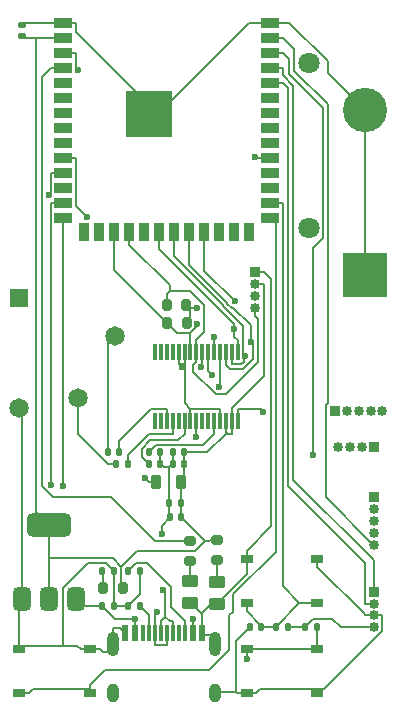
<source format=gtl>
G04 #@! TF.GenerationSoftware,KiCad,Pcbnew,8.0.4*
G04 #@! TF.CreationDate,2024-08-02T16:29:59-04:00*
G04 #@! TF.ProjectId,adcesp32,61646365-7370-4333-922e-6b696361645f,rev?*
G04 #@! TF.SameCoordinates,Original*
G04 #@! TF.FileFunction,Copper,L1,Top*
G04 #@! TF.FilePolarity,Positive*
%FSLAX46Y46*%
G04 Gerber Fmt 4.6, Leading zero omitted, Abs format (unit mm)*
G04 Created by KiCad (PCBNEW 8.0.4) date 2024-08-02 16:29:59*
%MOMM*%
%LPD*%
G01*
G04 APERTURE LIST*
G04 Aperture macros list*
%AMRoundRect*
0 Rectangle with rounded corners*
0 $1 Rounding radius*
0 $2 $3 $4 $5 $6 $7 $8 $9 X,Y pos of 4 corners*
0 Add a 4 corners polygon primitive as box body*
4,1,4,$2,$3,$4,$5,$6,$7,$8,$9,$2,$3,0*
0 Add four circle primitives for the rounded corners*
1,1,$1+$1,$2,$3*
1,1,$1+$1,$4,$5*
1,1,$1+$1,$6,$7*
1,1,$1+$1,$8,$9*
0 Add four rect primitives between the rounded corners*
20,1,$1+$1,$2,$3,$4,$5,0*
20,1,$1+$1,$4,$5,$6,$7,0*
20,1,$1+$1,$6,$7,$8,$9,0*
20,1,$1+$1,$8,$9,$2,$3,0*%
G04 Aperture macros list end*
G04 #@! TA.AperFunction,SMDPad,CuDef*
%ADD10RoundRect,0.140000X-0.140000X-0.170000X0.140000X-0.170000X0.140000X0.170000X-0.140000X0.170000X0*%
G04 #@! TD*
G04 #@! TA.AperFunction,SMDPad,CuDef*
%ADD11RoundRect,0.250000X0.450000X-0.262500X0.450000X0.262500X-0.450000X0.262500X-0.450000X-0.262500X0*%
G04 #@! TD*
G04 #@! TA.AperFunction,ComponentPad*
%ADD12R,0.850000X0.850000*%
G04 #@! TD*
G04 #@! TA.AperFunction,ComponentPad*
%ADD13O,0.850000X0.850000*%
G04 #@! TD*
G04 #@! TA.AperFunction,ComponentPad*
%ADD14R,1.650000X1.650000*%
G04 #@! TD*
G04 #@! TA.AperFunction,ComponentPad*
%ADD15C,1.650000*%
G04 #@! TD*
G04 #@! TA.AperFunction,SMDPad,CuDef*
%ADD16RoundRect,0.135000X-0.135000X-0.185000X0.135000X-0.185000X0.135000X0.185000X-0.135000X0.185000X0*%
G04 #@! TD*
G04 #@! TA.AperFunction,SMDPad,CuDef*
%ADD17R,1.000000X0.750000*%
G04 #@! TD*
G04 #@! TA.AperFunction,SMDPad,CuDef*
%ADD18RoundRect,0.200000X0.200000X0.275000X-0.200000X0.275000X-0.200000X-0.275000X0.200000X-0.275000X0*%
G04 #@! TD*
G04 #@! TA.AperFunction,SMDPad,CuDef*
%ADD19RoundRect,0.140000X0.140000X0.170000X-0.140000X0.170000X-0.140000X-0.170000X0.140000X-0.170000X0*%
G04 #@! TD*
G04 #@! TA.AperFunction,SMDPad,CuDef*
%ADD20R,0.300000X1.475000*%
G04 #@! TD*
G04 #@! TA.AperFunction,SMDPad,CuDef*
%ADD21RoundRect,0.200000X-0.200000X-0.275000X0.200000X-0.275000X0.200000X0.275000X-0.200000X0.275000X0*%
G04 #@! TD*
G04 #@! TA.AperFunction,SMDPad,CuDef*
%ADD22RoundRect,0.135000X0.135000X0.185000X-0.135000X0.185000X-0.135000X-0.185000X0.135000X-0.185000X0*%
G04 #@! TD*
G04 #@! TA.AperFunction,SMDPad,CuDef*
%ADD23RoundRect,0.200000X0.275000X-0.200000X0.275000X0.200000X-0.275000X0.200000X-0.275000X-0.200000X0*%
G04 #@! TD*
G04 #@! TA.AperFunction,SMDPad,CuDef*
%ADD24R,0.600000X1.450000*%
G04 #@! TD*
G04 #@! TA.AperFunction,SMDPad,CuDef*
%ADD25R,0.300000X1.450000*%
G04 #@! TD*
G04 #@! TA.AperFunction,ComponentPad*
%ADD26O,1.000000X2.100000*%
G04 #@! TD*
G04 #@! TA.AperFunction,ComponentPad*
%ADD27O,1.000000X1.600000*%
G04 #@! TD*
G04 #@! TA.AperFunction,SMDPad,CuDef*
%ADD28RoundRect,0.375000X0.375000X-0.625000X0.375000X0.625000X-0.375000X0.625000X-0.375000X-0.625000X0*%
G04 #@! TD*
G04 #@! TA.AperFunction,SMDPad,CuDef*
%ADD29RoundRect,0.500000X1.400000X-0.500000X1.400000X0.500000X-1.400000X0.500000X-1.400000X-0.500000X0*%
G04 #@! TD*
G04 #@! TA.AperFunction,SMDPad,CuDef*
%ADD30R,1.500000X0.900000*%
G04 #@! TD*
G04 #@! TA.AperFunction,SMDPad,CuDef*
%ADD31R,0.900000X1.500000*%
G04 #@! TD*
G04 #@! TA.AperFunction,HeatsinkPad*
%ADD32C,0.600000*%
G04 #@! TD*
G04 #@! TA.AperFunction,SMDPad,CuDef*
%ADD33R,3.900000X3.900000*%
G04 #@! TD*
G04 #@! TA.AperFunction,SMDPad,CuDef*
%ADD34RoundRect,0.140000X0.170000X-0.140000X0.170000X0.140000X-0.170000X0.140000X-0.170000X-0.140000X0*%
G04 #@! TD*
G04 #@! TA.AperFunction,SMDPad,CuDef*
%ADD35RoundRect,0.218750X0.218750X0.381250X-0.218750X0.381250X-0.218750X-0.381250X0.218750X-0.381250X0*%
G04 #@! TD*
G04 #@! TA.AperFunction,ComponentPad*
%ADD36R,3.750000X3.750000*%
G04 #@! TD*
G04 #@! TA.AperFunction,ComponentPad*
%ADD37C,1.800000*%
G04 #@! TD*
G04 #@! TA.AperFunction,ComponentPad*
%ADD38C,3.750000*%
G04 #@! TD*
G04 #@! TA.AperFunction,ViaPad*
%ADD39C,0.600000*%
G04 #@! TD*
G04 #@! TA.AperFunction,Conductor*
%ADD40C,0.200000*%
G04 #@! TD*
G04 APERTURE END LIST*
D10*
X209000000Y-99500000D03*
X209960000Y-99500000D03*
D11*
X216000000Y-112250000D03*
X216000000Y-110425000D03*
D10*
X208540000Y-112500000D03*
X209500000Y-112500000D03*
D12*
X228250000Y-96000000D03*
D13*
X229250000Y-96000000D03*
X230250000Y-96000000D03*
X231250000Y-96000000D03*
X232250000Y-96000000D03*
D14*
X201500000Y-86450000D03*
D15*
X206500000Y-94850000D03*
X209600000Y-89650000D03*
X201500000Y-95750000D03*
D16*
X210730000Y-109500000D03*
X211750000Y-109500000D03*
D10*
X214500000Y-99500000D03*
X215460000Y-99500000D03*
D17*
X201500000Y-116125000D03*
X207500000Y-116125000D03*
X201500000Y-119875000D03*
X207500000Y-119875000D03*
D12*
X231500000Y-99000000D03*
D13*
X230500000Y-99000000D03*
X229500000Y-99000000D03*
X228500000Y-99000000D03*
D18*
X215650000Y-87000000D03*
X214000000Y-87000000D03*
D10*
X208540000Y-109500000D03*
X209500000Y-109500000D03*
D12*
X231505700Y-103294300D03*
D13*
X231505700Y-104294300D03*
X231505700Y-105294300D03*
X231505700Y-106294300D03*
X231505700Y-107294300D03*
D11*
X218250000Y-112325000D03*
X218250000Y-110500000D03*
D19*
X213460000Y-100500000D03*
X212500000Y-100500000D03*
D17*
X220750000Y-108500000D03*
X226750000Y-108500000D03*
X220750000Y-112250000D03*
X226750000Y-112250000D03*
D10*
X214250000Y-105000000D03*
X215210000Y-105000000D03*
D20*
X213000000Y-96876000D03*
X213500000Y-96876000D03*
X214000000Y-96876000D03*
X214500000Y-96876000D03*
X215000000Y-96876000D03*
X215500000Y-96876000D03*
X216000000Y-96876000D03*
X216500000Y-96876000D03*
X217000000Y-96876000D03*
X217500000Y-96876000D03*
X218000000Y-96876000D03*
X218500000Y-96876000D03*
X219000000Y-96876000D03*
X219500000Y-96876000D03*
X220000000Y-96876000D03*
X220000000Y-91000000D03*
X219500000Y-91000000D03*
X219000000Y-91000000D03*
X218500000Y-91000000D03*
X218000000Y-91000000D03*
X217500000Y-91000000D03*
X217000000Y-91000000D03*
X216500000Y-91000000D03*
X216000000Y-91000000D03*
X215500000Y-91000000D03*
X215000000Y-91000000D03*
X214500000Y-91000000D03*
X214000000Y-91000000D03*
X213500000Y-91000000D03*
X213000000Y-91000000D03*
D21*
X208600000Y-111000000D03*
X210250000Y-111000000D03*
D16*
X223230000Y-114250000D03*
X224250000Y-114250000D03*
D22*
X226750000Y-114250000D03*
X225730000Y-114250000D03*
D12*
X231505700Y-111294300D03*
D13*
X231505700Y-112294300D03*
X231505700Y-113294300D03*
X231505700Y-114294300D03*
D10*
X214210000Y-103750000D03*
X215170000Y-103750000D03*
D23*
X218250000Y-108575000D03*
X218250000Y-106925000D03*
D24*
X210500000Y-114805000D03*
X211300000Y-114805000D03*
D25*
X212500000Y-114805000D03*
X213500000Y-114805000D03*
X214000000Y-114805000D03*
X215000000Y-114805000D03*
D24*
X216200000Y-114805000D03*
X217000000Y-114805000D03*
X217000000Y-114805000D03*
X216200000Y-114805000D03*
D25*
X215500000Y-114805000D03*
X214500000Y-114805000D03*
X213000000Y-114805000D03*
X212000000Y-114805000D03*
D24*
X211300000Y-114805000D03*
X210500000Y-114805000D03*
D26*
X209430000Y-115720000D03*
D27*
X209430000Y-119900000D03*
D26*
X218070000Y-115720000D03*
D27*
X218070000Y-119900000D03*
D22*
X211760000Y-112500000D03*
X210740000Y-112500000D03*
D28*
X201700000Y-111900000D03*
X204000000Y-111900000D03*
D29*
X204000000Y-105600000D03*
D28*
X206300000Y-111900000D03*
D19*
X213440000Y-99500000D03*
X212480000Y-99500000D03*
D10*
X209710000Y-100500000D03*
X210670000Y-100500000D03*
D23*
X216000000Y-108650000D03*
X216000000Y-107000000D03*
D12*
X221500000Y-84250000D03*
D13*
X221500000Y-85250000D03*
X221500000Y-86250000D03*
X221500000Y-87250000D03*
D10*
X221020000Y-114250000D03*
X221980000Y-114250000D03*
D30*
X205250000Y-63110000D03*
X205250000Y-64380000D03*
X205250000Y-65650000D03*
X205250000Y-66920000D03*
X205250000Y-68190000D03*
X205250000Y-69460000D03*
X205250000Y-70730000D03*
X205250000Y-72000000D03*
X205250000Y-73270000D03*
X205250000Y-74540000D03*
X205250000Y-75810000D03*
X205250000Y-77080000D03*
X205250000Y-78350000D03*
X205250000Y-79620000D03*
D31*
X207015000Y-80870000D03*
X208285000Y-80870000D03*
X209555000Y-80870000D03*
X210825000Y-80870000D03*
X212095000Y-80870000D03*
X213365000Y-80870000D03*
X214635000Y-80870000D03*
X215905000Y-80870000D03*
X217175000Y-80870000D03*
X218445000Y-80870000D03*
X219715000Y-80870000D03*
X220985000Y-80870000D03*
D30*
X222750000Y-79620000D03*
X222750000Y-78350000D03*
X222750000Y-77080000D03*
X222750000Y-75810000D03*
X222750000Y-74540000D03*
X222750000Y-73270000D03*
X222750000Y-72000000D03*
X222750000Y-70730000D03*
X222750000Y-69460000D03*
X222750000Y-68190000D03*
X222750000Y-66920000D03*
X222750000Y-65650000D03*
X222750000Y-64380000D03*
X222750000Y-63110000D03*
D32*
X211100000Y-70130000D03*
X211100000Y-71530000D03*
X211800000Y-69430000D03*
X211800000Y-70830000D03*
X211800000Y-72230000D03*
X212500000Y-70130000D03*
D33*
X212500000Y-70830000D03*
D32*
X212500000Y-71530000D03*
X213200000Y-69430000D03*
X213200000Y-70830000D03*
X213200000Y-72230000D03*
X213900000Y-70130000D03*
X213900000Y-71530000D03*
D18*
X215670000Y-88500000D03*
X214020000Y-88500000D03*
D34*
X201750000Y-64250000D03*
X201750000Y-63290000D03*
D35*
X215210000Y-102000000D03*
X213085000Y-102000000D03*
D36*
X230750000Y-84500000D03*
D37*
X226000000Y-80500000D03*
D38*
X230750000Y-70500000D03*
D37*
X226000000Y-66500000D03*
D17*
X226750000Y-119875000D03*
X220750000Y-119875000D03*
X226750000Y-116125000D03*
X220750000Y-116125000D03*
D10*
X214480000Y-100500000D03*
X215440000Y-100500000D03*
D39*
X215280800Y-92275100D03*
X213552700Y-106372600D03*
X216200000Y-113575900D03*
X211300000Y-113567100D03*
X216563100Y-87291600D03*
X218423700Y-93925900D03*
X219724500Y-89088300D03*
X222164400Y-96071100D03*
X216574300Y-88611600D03*
X217857600Y-92979600D03*
X212140400Y-101679900D03*
X216500000Y-98162200D03*
X221093500Y-90122200D03*
X218000000Y-89760600D03*
X216905300Y-92283400D03*
X220651900Y-91344000D03*
X205250000Y-102351600D03*
X213699900Y-111102900D03*
X213136000Y-112974200D03*
X204198300Y-102228200D03*
X219729700Y-86655200D03*
X221478900Y-74445100D03*
X226355800Y-99724000D03*
X207268800Y-79599600D03*
X203998200Y-77733400D03*
X220750000Y-117027200D03*
X206513200Y-67080200D03*
D40*
X219848300Y-115421700D02*
X221020000Y-114250000D01*
X220750000Y-119875000D02*
X219948300Y-119875000D01*
X218500000Y-96876000D02*
X218500000Y-95836800D01*
X207500000Y-116125000D02*
X208301700Y-116125000D01*
X217000000Y-113105800D02*
X217780800Y-112325000D01*
X210740000Y-112500000D02*
X209500000Y-112500000D01*
X215000000Y-91000000D02*
X215000000Y-92039200D01*
X208881400Y-108881400D02*
X209500000Y-109500000D01*
X205229600Y-115850000D02*
X205229600Y-111014000D01*
X226750000Y-119536600D02*
X221890100Y-119536600D01*
X220750000Y-108500000D02*
X220750000Y-107823300D01*
X219848300Y-119775000D02*
X219848300Y-115421700D01*
X213200000Y-71880000D02*
X213200000Y-72230000D01*
X201700000Y-111900000D02*
X201500000Y-112100000D01*
X217166600Y-114971600D02*
X218070000Y-114971600D01*
X210063300Y-114368300D02*
X210500000Y-114805000D01*
X220920000Y-63110000D02*
X222750000Y-63110000D01*
X213440000Y-100480000D02*
X213440000Y-99500000D01*
X212850000Y-71880000D02*
X213200000Y-71880000D01*
X216000000Y-95836800D02*
X218500000Y-95836800D01*
X217000000Y-113105800D02*
X217000000Y-113778300D01*
X212500000Y-70830000D02*
X212500000Y-71530000D01*
X212500000Y-70130000D02*
X212500000Y-70830000D01*
X213200000Y-71880000D02*
X213550000Y-71880000D01*
X213730000Y-100770000D02*
X213460000Y-100500000D01*
X218250000Y-112322900D02*
X218250000Y-112325000D01*
X213460000Y-100500000D02*
X213440000Y-100480000D01*
X206423300Y-115850000D02*
X206698300Y-116125000D01*
X221890100Y-119536600D02*
X221551700Y-119875000D01*
X222226700Y-84250000D02*
X222810200Y-84833500D01*
X216855800Y-113105800D02*
X216000000Y-112250000D01*
X214250000Y-105000000D02*
X213552700Y-105697300D01*
X215500000Y-91000000D02*
X215500000Y-92039200D01*
X226750000Y-119875000D02*
X226750000Y-119536600D01*
X209430000Y-116057900D02*
X209430000Y-115720000D01*
X227608100Y-67358100D02*
X230750000Y-70500000D01*
X205250000Y-63110000D02*
X206301700Y-63110000D01*
X230779000Y-113205700D02*
X230779000Y-113294300D01*
X231505700Y-113294300D02*
X232232400Y-113294300D01*
X210740000Y-112500000D02*
X211750000Y-111490000D01*
X201930000Y-63110000D02*
X205250000Y-63110000D01*
X211750000Y-111490000D02*
X211750000Y-109500000D01*
X220750000Y-109176700D02*
X220750000Y-109822900D01*
X217000000Y-114805000D02*
X217000000Y-113778300D01*
X201700000Y-95950000D02*
X201500000Y-95750000D01*
X214210000Y-100770000D02*
X214480000Y-100500000D01*
X213900000Y-70130000D02*
X220920000Y-63110000D01*
X211800000Y-70830000D02*
X211100000Y-71530000D01*
X212500000Y-71530000D02*
X212850000Y-71880000D01*
X211100000Y-70130000D02*
X211800000Y-70830000D01*
X226750000Y-108500000D02*
X226750000Y-109176700D01*
X215280800Y-92039200D02*
X215500000Y-92039200D01*
X206301700Y-63931700D02*
X211800000Y-69430000D01*
X211800000Y-70830000D02*
X212500000Y-70830000D01*
X206301700Y-63110000D02*
X206301700Y-63931700D01*
X227300300Y-119536600D02*
X232232400Y-114604500D01*
X220750000Y-108500000D02*
X220750000Y-109176700D01*
X201500000Y-115850000D02*
X201500000Y-115448300D01*
X217000000Y-113105800D02*
X216855800Y-113105800D01*
X201500000Y-116125000D02*
X201500000Y-115850000D01*
X201750000Y-63290000D02*
X201930000Y-63110000D01*
X215000000Y-92039200D02*
X215280800Y-92039200D01*
X213552700Y-105697300D02*
X213552700Y-106372600D01*
X217780800Y-112325000D02*
X218250000Y-112325000D01*
X218070000Y-119775000D02*
X219848300Y-119775000D01*
X201500000Y-115850000D02*
X205229600Y-115850000D01*
X208572500Y-116395800D02*
X208301700Y-116125000D01*
X201500000Y-112100000D02*
X201500000Y-115448300D01*
X224371900Y-63110000D02*
X227608100Y-66346200D01*
X211100000Y-71530000D02*
X211800000Y-72230000D01*
X220750000Y-109822900D02*
X218250000Y-112322900D01*
X209430000Y-114368300D02*
X210063300Y-114368300D01*
X209430000Y-115720000D02*
X209430000Y-114368300D01*
X227608100Y-66346200D02*
X227608100Y-67358100D01*
X215500000Y-95336800D02*
X216000000Y-95836800D01*
X214500000Y-100480000D02*
X214500000Y-99500000D01*
X220750000Y-119875000D02*
X221551700Y-119875000D01*
X222810200Y-84833500D02*
X222810200Y-105763100D01*
X215500000Y-92039200D02*
X215500000Y-95336800D01*
X222750000Y-63110000D02*
X224371900Y-63110000D01*
X231505700Y-113294300D02*
X230779000Y-113294300D01*
X218070000Y-115720000D02*
X218070000Y-114971600D01*
X230750000Y-70500000D02*
X230750000Y-84500000D01*
X214210000Y-104960000D02*
X214210000Y-103750000D01*
X214210000Y-100770000D02*
X213730000Y-100770000D01*
X215280800Y-92275100D02*
X215280800Y-92039200D01*
X222810200Y-105763100D02*
X220750000Y-107823300D01*
X205229600Y-115850000D02*
X206423300Y-115850000D01*
X201700000Y-111900000D02*
X201700000Y-95950000D01*
X232232400Y-114604500D02*
X232232400Y-113294300D01*
X221500000Y-84250000D02*
X222226700Y-84250000D01*
X212500000Y-70830000D02*
X213200000Y-70830000D01*
X209430000Y-116057900D02*
X209430000Y-116395800D01*
X205229600Y-111014000D02*
X207362200Y-108881400D01*
X209430000Y-116395800D02*
X208572500Y-116395800D01*
X216000000Y-96876000D02*
X216000000Y-95836800D01*
X214250000Y-105000000D02*
X214210000Y-104960000D01*
X226750000Y-109176700D02*
X230779000Y-113205700D01*
X207362200Y-108881400D02*
X208881400Y-108881400D01*
X207500000Y-116125000D02*
X206698300Y-116125000D01*
X226750000Y-119536600D02*
X227300300Y-119536600D01*
X214210000Y-103750000D02*
X214210000Y-100770000D01*
X209500000Y-112500000D02*
X209500000Y-109500000D01*
X213550000Y-71880000D02*
X213900000Y-71530000D01*
X217000000Y-114805000D02*
X217166600Y-114971600D01*
X218070000Y-119900000D02*
X218070000Y-119775000D01*
X214480000Y-100500000D02*
X214500000Y-100480000D01*
X219848300Y-119775000D02*
X219948300Y-119875000D01*
X206900000Y-112500000D02*
X208540000Y-112500000D01*
X211300000Y-114805000D02*
X211300000Y-113778300D01*
X206300000Y-111900000D02*
X206900000Y-112500000D01*
X211300000Y-113778300D02*
X211300000Y-113567100D01*
X209607100Y-113567100D02*
X211300000Y-113567100D01*
X216200000Y-114805000D02*
X216200000Y-113575900D01*
X208540000Y-112500000D02*
X209607100Y-113567100D01*
X208600000Y-109560000D02*
X208540000Y-109500000D01*
X208600000Y-111000000D02*
X208600000Y-109560000D01*
X204000000Y-105600000D02*
X204000000Y-108473300D01*
X204000000Y-108473300D02*
X204000000Y-111900000D01*
X227991800Y-113577300D02*
X228708800Y-114294300D01*
X201880000Y-64380000D02*
X201750000Y-64250000D01*
X217199700Y-106989700D02*
X217199700Y-106989600D01*
X225730000Y-114250000D02*
X226402700Y-113577300D01*
X210113600Y-109158400D02*
X209428500Y-108473300D01*
X216364300Y-107825000D02*
X217199700Y-106989600D01*
X202947500Y-104547500D02*
X204000000Y-105600000D01*
X215210000Y-105000000D02*
X215210000Y-103790000D01*
X215460000Y-100480000D02*
X215460000Y-99500000D01*
X215440000Y-100500000D02*
X215440000Y-101770000D01*
X228708800Y-114294300D02*
X231505700Y-114294300D01*
X219000000Y-97754000D02*
X219161200Y-97915200D01*
X209428500Y-108473300D02*
X204000000Y-108473300D01*
X215941600Y-87291600D02*
X215650000Y-87000000D01*
X215210000Y-102000000D02*
X215170000Y-102040000D01*
X219500000Y-97395600D02*
X219500000Y-97915200D01*
X215460000Y-99500000D02*
X217415200Y-99500000D01*
X217199700Y-106989600D02*
X215210000Y-105000000D01*
X215210000Y-103790000D02*
X215170000Y-103750000D01*
X217415200Y-99500000D02*
X219000000Y-97915200D01*
X217676000Y-106925000D02*
X217611300Y-106989700D01*
X219161200Y-97915200D02*
X219500000Y-97915200D01*
X216563100Y-87291600D02*
X215941600Y-87291600D01*
X202947500Y-64380000D02*
X202947500Y-104547500D01*
X219000000Y-97754000D02*
X219000000Y-97915200D01*
X202947500Y-64380000D02*
X201880000Y-64380000D01*
X215941600Y-88228400D02*
X215941600Y-87291600D01*
X222226700Y-85250000D02*
X222226700Y-92996800D01*
X219000000Y-97395600D02*
X219000000Y-97754000D01*
X210250000Y-111000000D02*
X210113600Y-110863600D01*
X219000000Y-96876000D02*
X219000000Y-97395600D01*
X211447000Y-107825000D02*
X216364300Y-107825000D01*
X221500000Y-85250000D02*
X222226700Y-85250000D01*
X218250000Y-106925000D02*
X217676000Y-106925000D01*
X226402700Y-113577300D02*
X227991800Y-113577300D01*
X215670000Y-88500000D02*
X215941600Y-88228400D01*
X219500000Y-97395600D02*
X219500000Y-96876000D01*
X225730000Y-114250000D02*
X224250000Y-114250000D01*
X210113600Y-110863600D02*
X210113600Y-109158400D01*
X215440000Y-100500000D02*
X215460000Y-100480000D01*
X215170000Y-102040000D02*
X215170000Y-103750000D01*
X210113600Y-109158400D02*
X211447000Y-107825000D01*
X217611300Y-106989700D02*
X217199700Y-106989700D01*
X215440000Y-101770000D02*
X215210000Y-102000000D01*
X205250000Y-64380000D02*
X202947500Y-64380000D01*
X222226700Y-92996800D02*
X219500000Y-95723500D01*
X219500000Y-95723500D02*
X219500000Y-96876000D01*
X209034800Y-100500000D02*
X206500000Y-97965200D01*
X209710000Y-100500000D02*
X209034800Y-100500000D01*
X206500000Y-97965200D02*
X206500000Y-94850000D01*
X212505700Y-97915200D02*
X214500000Y-97915200D01*
X214500000Y-96876000D02*
X214500000Y-97915200D01*
X210670000Y-99750900D02*
X212505700Y-97915200D01*
X210670000Y-100500000D02*
X210670000Y-99750900D01*
X209000000Y-90250000D02*
X209000000Y-99500000D01*
X209600000Y-89650000D02*
X209000000Y-90250000D01*
X212680500Y-95836800D02*
X209960000Y-98557300D01*
X214000000Y-96876000D02*
X214000000Y-95836800D01*
X214000000Y-95836800D02*
X212680500Y-95836800D01*
X209960000Y-98557300D02*
X209960000Y-99500000D01*
X212572400Y-98458300D02*
X211862900Y-99167800D01*
X215500000Y-97915200D02*
X214956900Y-98458300D01*
X211862900Y-99167800D02*
X211862900Y-99862900D01*
X211862900Y-99862900D02*
X212500000Y-100500000D01*
X215500000Y-96876000D02*
X215500000Y-97915200D01*
X214956900Y-98458300D02*
X212572400Y-98458300D01*
X218000000Y-96876000D02*
X218000000Y-97915200D01*
X218000000Y-97915200D02*
X217041300Y-98873900D01*
X213106100Y-98873900D02*
X212480000Y-99500000D01*
X217041300Y-98873900D02*
X213106100Y-98873900D01*
X225230000Y-112250000D02*
X223230000Y-114250000D01*
X220750000Y-112926700D02*
X221980000Y-114156700D01*
X225230000Y-112250000D02*
X223801700Y-110821700D01*
X220750000Y-112250000D02*
X220750000Y-112926700D01*
X223801700Y-110821700D02*
X223801700Y-78350000D01*
X221980000Y-114156700D02*
X221980000Y-114250000D01*
X226750000Y-112250000D02*
X225230000Y-112250000D01*
X223230000Y-114250000D02*
X221980000Y-114250000D01*
X222750000Y-78350000D02*
X223801700Y-78350000D01*
X218250000Y-108575000D02*
X218250000Y-110500000D01*
X216000000Y-108650000D02*
X216000000Y-110425000D01*
X218500000Y-93849600D02*
X218423700Y-93925900D01*
X218500000Y-91000000D02*
X218500000Y-93849600D01*
X219724500Y-89088300D02*
X219724500Y-89685300D01*
X219724500Y-89685300D02*
X220000000Y-89960800D01*
X213365000Y-81921700D02*
X213365000Y-82277300D01*
X219724500Y-88636800D02*
X219724500Y-89088300D01*
X213365000Y-80870000D02*
X213365000Y-81921700D01*
X220000000Y-91000000D02*
X220000000Y-89960800D01*
X213365000Y-82277300D02*
X219724500Y-88636800D01*
X221500000Y-87976700D02*
X221695200Y-88171900D01*
X210825000Y-80870000D02*
X210825000Y-81921700D01*
X219011700Y-94535900D02*
X218124100Y-94535900D01*
X216500000Y-89960800D02*
X217177800Y-89283000D01*
X217177800Y-89283000D02*
X217177800Y-87052600D01*
X217177800Y-87052600D02*
X215980800Y-85855600D01*
X214000000Y-87000000D02*
X214000000Y-86108600D01*
X216500000Y-91814200D02*
X216500000Y-91000000D01*
X221695200Y-91852400D02*
X219011700Y-94535900D01*
X216249100Y-92065100D02*
X216500000Y-91814200D01*
X216500000Y-90480400D02*
X216500000Y-91000000D01*
X214253000Y-85349700D02*
X210825000Y-81921700D01*
X215980800Y-85855600D02*
X214253000Y-85855600D01*
X221500000Y-87250000D02*
X221500000Y-87976700D01*
X214253000Y-85855600D02*
X214253000Y-85349700D01*
X218124100Y-94535900D02*
X216249100Y-92660900D01*
X221695200Y-88171900D02*
X221695200Y-91852400D01*
X216500000Y-90480400D02*
X216500000Y-89960800D01*
X216249100Y-92660900D02*
X216249100Y-92065100D01*
X214000000Y-86108600D02*
X214253000Y-85855600D01*
X220000000Y-96876000D02*
X220000000Y-95836800D01*
X221930100Y-95836800D02*
X222164400Y-96071100D01*
X220000000Y-95836800D02*
X221930100Y-95836800D01*
X214020000Y-88500000D02*
X214895800Y-89375800D01*
X216000000Y-89375800D02*
X216574300Y-88801500D01*
X216574300Y-88801500D02*
X216574300Y-88611600D01*
X209555000Y-84035000D02*
X214020000Y-88500000D01*
X209555000Y-80870000D02*
X209555000Y-84035000D01*
X214895800Y-89375800D02*
X216000000Y-89375800D01*
X216000000Y-90061600D02*
X216000000Y-89375800D01*
X216000000Y-91000000D02*
X216000000Y-90061600D01*
X217507000Y-92629000D02*
X217507000Y-91007000D01*
X217507000Y-91007000D02*
X217500000Y-91000000D01*
X217857600Y-92979600D02*
X217507000Y-92629000D01*
X213085000Y-102000000D02*
X212460500Y-102000000D01*
X212460500Y-102000000D02*
X212140400Y-101679900D01*
X216500000Y-96876000D02*
X216500000Y-98162200D01*
X221093500Y-88725400D02*
X221093500Y-90122200D01*
X219480600Y-87256900D02*
X219625000Y-87256900D01*
X219000000Y-92129800D02*
X219339500Y-92469300D01*
X219339500Y-92469300D02*
X220437300Y-92469300D01*
X215905000Y-83607600D02*
X219128000Y-86830600D01*
X219000000Y-91000000D02*
X219000000Y-92129800D01*
X221278100Y-91628500D02*
X221278100Y-90306800D01*
X215905000Y-80870000D02*
X215905000Y-81921700D01*
X219128000Y-86904300D02*
X219480600Y-87256900D01*
X220437300Y-92469300D02*
X221278100Y-91628500D01*
X221278100Y-90306800D02*
X221093500Y-90122200D01*
X219128000Y-86830600D02*
X219128000Y-86904300D01*
X219625000Y-87256900D02*
X221093500Y-88725400D01*
X215905000Y-81921700D02*
X215905000Y-83607600D01*
X218000000Y-91000000D02*
X218000000Y-89760600D01*
X217000000Y-92188700D02*
X216905300Y-92283400D01*
X217000000Y-92039200D02*
X217000000Y-92188700D01*
X217000000Y-91000000D02*
X217000000Y-92039200D01*
X218726300Y-87070600D02*
X219314300Y-87658600D01*
X219500000Y-91000000D02*
X219500000Y-92039200D01*
X214635000Y-81921700D02*
X214635000Y-82906100D01*
X218726300Y-86997400D02*
X218726300Y-87070600D01*
X219388100Y-87658600D02*
X220489900Y-88760400D01*
X214635000Y-80870000D02*
X214635000Y-81921700D01*
X219314300Y-87658600D02*
X219388100Y-87658600D01*
X220500800Y-91344000D02*
X220651900Y-91344000D01*
X220282600Y-92039200D02*
X219500000Y-92039200D01*
X214635000Y-82906100D02*
X218726300Y-86997400D01*
X220489900Y-91333100D02*
X220500800Y-91344000D01*
X220489900Y-88760400D02*
X220489900Y-91333100D01*
X220500800Y-91821000D02*
X220282600Y-92039200D01*
X220500800Y-91344000D02*
X220500800Y-91821000D01*
X205250000Y-102351600D02*
X205250000Y-79620000D01*
X213885000Y-111288000D02*
X213699900Y-111102900D01*
X214500000Y-113778300D02*
X214270000Y-113778300D01*
X213885000Y-113393300D02*
X213500000Y-113778300D01*
X213885000Y-113393300D02*
X213885000Y-111288000D01*
X213500000Y-114805000D02*
X213500000Y-113778300D01*
X214270000Y-113778300D02*
X213885000Y-113393300D01*
X214500000Y-114805000D02*
X214500000Y-113778300D01*
X212500000Y-113240000D02*
X211760000Y-112500000D01*
X212500000Y-114805000D02*
X212500000Y-113240000D01*
X205250000Y-78350000D02*
X204198300Y-78350000D01*
X213000000Y-114805000D02*
X213000000Y-115831700D01*
X204198300Y-78350000D02*
X204198300Y-102228200D01*
X213000000Y-113110200D02*
X213000000Y-114805000D01*
X213136000Y-112974200D02*
X213000000Y-113110200D01*
X213000000Y-115831700D02*
X214000000Y-115831700D01*
X214000000Y-114805000D02*
X214000000Y-115831700D01*
X212293900Y-108845800D02*
X214321000Y-110872900D01*
X210730000Y-109500000D02*
X211384200Y-108845800D01*
X214321000Y-112599300D02*
X215500000Y-113778300D01*
X214321000Y-110872900D02*
X214321000Y-112599300D01*
X215500000Y-114805000D02*
X215500000Y-113778300D01*
X211384200Y-108845800D02*
X212293900Y-108845800D01*
X217175000Y-84100500D02*
X219729700Y-86655200D01*
X217175000Y-80870000D02*
X217175000Y-84100500D01*
X223801700Y-64380000D02*
X224798300Y-65376600D01*
X231478000Y-107294300D02*
X231505700Y-107294300D01*
X227493000Y-103309300D02*
X231478000Y-107294300D01*
X224798300Y-67172000D02*
X227645300Y-70019000D01*
X224798300Y-65376600D02*
X224798300Y-67172000D01*
X227493000Y-95480300D02*
X227493000Y-103309300D01*
X227645300Y-95328000D02*
X227493000Y-95480300D01*
X222750000Y-64380000D02*
X223801700Y-64380000D01*
X227645300Y-70019000D02*
X227645300Y-95328000D01*
X222750000Y-74540000D02*
X221698300Y-74540000D01*
X221478900Y-74445100D02*
X221603400Y-74445100D01*
X221603400Y-74445100D02*
X221698300Y-74540000D01*
X227204900Y-81303000D02*
X227204900Y-70323200D01*
X226355800Y-99724000D02*
X226355800Y-82152100D01*
X226355800Y-82152100D02*
X227204900Y-81303000D01*
X224338600Y-66186900D02*
X223801700Y-65650000D01*
X224338600Y-67456900D02*
X224338600Y-66186900D01*
X222750000Y-65650000D02*
X223801700Y-65650000D01*
X227204900Y-70323200D02*
X224338600Y-67456900D01*
X205250000Y-74540000D02*
X206301700Y-74540000D01*
X206301700Y-78632500D02*
X207268800Y-79599600D01*
X206301700Y-74540000D02*
X206301700Y-78632500D01*
X204198300Y-75810000D02*
X204198300Y-77533300D01*
X204198300Y-77533300D02*
X203998200Y-77733400D01*
X205250000Y-75810000D02*
X204198300Y-75810000D01*
X231505700Y-110567600D02*
X231505700Y-108587000D01*
X231505700Y-108587000D02*
X224720900Y-101802200D01*
X224720900Y-68440000D02*
X223801700Y-67520800D01*
X222750000Y-66920000D02*
X223801700Y-66920000D01*
X223801700Y-67520800D02*
X223801700Y-66920000D01*
X231505700Y-111294300D02*
X231505700Y-110567600D01*
X224720900Y-101802200D02*
X224720900Y-68440000D01*
X222750000Y-68190000D02*
X223801700Y-68190000D01*
X231505700Y-112294300D02*
X230779000Y-112294300D01*
X230779000Y-112294300D02*
X230779000Y-108870700D01*
X224233700Y-68622000D02*
X223801700Y-68190000D01*
X230779000Y-108870700D02*
X224233700Y-102325400D01*
X224233700Y-102325400D02*
X224233700Y-68622000D01*
X206301700Y-65650000D02*
X206301700Y-66868700D01*
X220750000Y-116125000D02*
X220750000Y-117027200D01*
X226750000Y-114250000D02*
X226750000Y-115448300D01*
X226750000Y-116125000D02*
X221551700Y-116125000D01*
X206301700Y-66868700D02*
X206513200Y-67080200D01*
X220750000Y-116125000D02*
X221551700Y-116125000D01*
X205250000Y-65650000D02*
X206301700Y-65650000D01*
X226750000Y-116125000D02*
X226750000Y-115448300D01*
X209283500Y-103258800D02*
X213024700Y-107000000D01*
X204346100Y-103258800D02*
X209283500Y-103258800D01*
X203390100Y-102302800D02*
X204346100Y-103258800D01*
X213024700Y-107000000D02*
X216000000Y-107000000D01*
X204198300Y-66920000D02*
X203390100Y-67728200D01*
X205250000Y-66920000D02*
X204198300Y-66920000D01*
X203390100Y-67728200D02*
X203390100Y-102302800D01*
X219618200Y-112968600D02*
X219618200Y-111522700D01*
X207500000Y-119536600D02*
X202640100Y-119536600D01*
X219300800Y-116210900D02*
X219300800Y-113286000D01*
X219618200Y-111522700D02*
X223211900Y-107929000D01*
X219300800Y-113286000D02*
X219618200Y-112968600D01*
X207500000Y-119198300D02*
X208763300Y-117935000D01*
X208763300Y-117935000D02*
X217576700Y-117935000D01*
X207500000Y-119536600D02*
X207500000Y-119198300D01*
X223211900Y-107929000D02*
X223211900Y-80081900D01*
X202640100Y-119536600D02*
X202301700Y-119875000D01*
X207500000Y-119875000D02*
X207500000Y-119536600D01*
X201500000Y-119875000D02*
X202301700Y-119875000D01*
X217576700Y-117935000D02*
X219300800Y-116210900D01*
X223211900Y-80081900D02*
X222750000Y-79620000D01*
M02*

</source>
